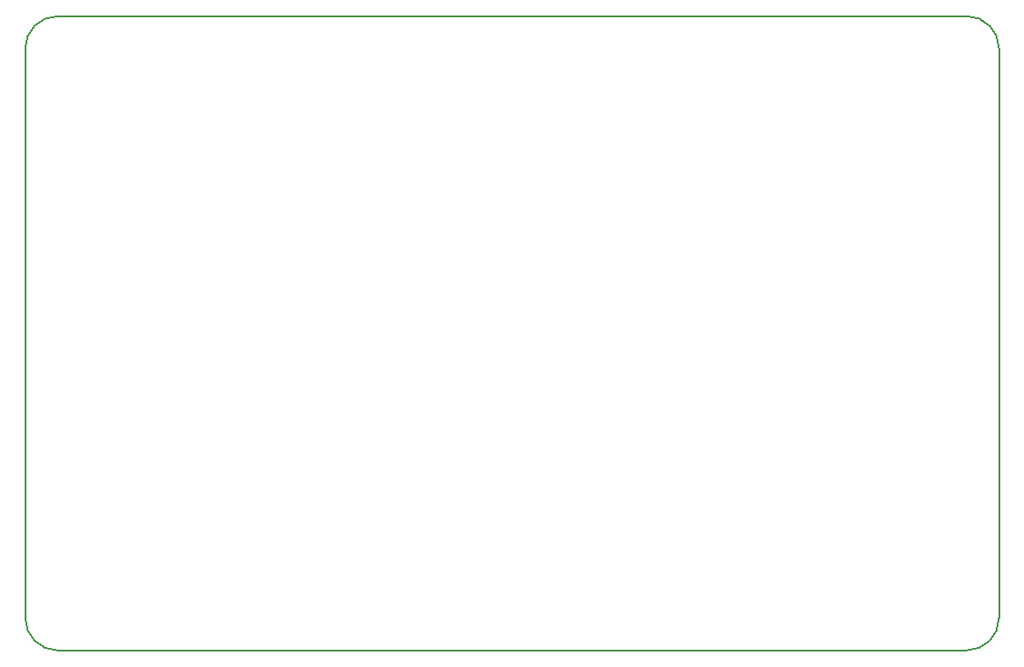
<source format=gm1>
G04 #@! TF.GenerationSoftware,KiCad,Pcbnew,(6.0.7-1)-1*
G04 #@! TF.CreationDate,2022-08-16T19:56:07+02:00*
G04 #@! TF.ProjectId,wrist-support,77726973-742d-4737-9570-706f72742e6b,rev?*
G04 #@! TF.SameCoordinates,Original*
G04 #@! TF.FileFunction,Profile,NP*
%FSLAX46Y46*%
G04 Gerber Fmt 4.6, Leading zero omitted, Abs format (unit mm)*
G04 Created by KiCad (PCBNEW (6.0.7-1)-1) date 2022-08-16 19:56:07*
%MOMM*%
%LPD*%
G01*
G04 APERTURE LIST*
G04 #@! TA.AperFunction,Profile*
%ADD10C,0.150000*%
G04 #@! TD*
G04 APERTURE END LIST*
D10*
X90500000Y-3000000D02*
G75*
G03*
X87500000Y0I-3000000J0D01*
G01*
X3000000Y-59000000D02*
X87500000Y-59000000D01*
X87500000Y-59000000D02*
G75*
G03*
X90500000Y-56000000I0J3000000D01*
G01*
X3000000Y0D02*
G75*
G03*
X0Y-3000000I0J-3000000D01*
G01*
X0Y-3000000D02*
X0Y-56000000D01*
X0Y-56000000D02*
G75*
G03*
X3000000Y-59000000I3000000J0D01*
G01*
X90500000Y-56000000D02*
X90500000Y-3000000D01*
X3000000Y0D02*
X87500000Y0D01*
M02*

</source>
